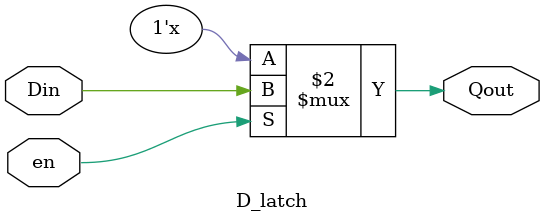
<source format=v>

module D_latch(Qout, en, Din);
	input Din, en;
	output reg Qout;
	
	always @ (Din or en)
	if(en)
	begin
	Qout <= Din;
	//Qbar <= ~D;
	end
endmodule 
</source>
